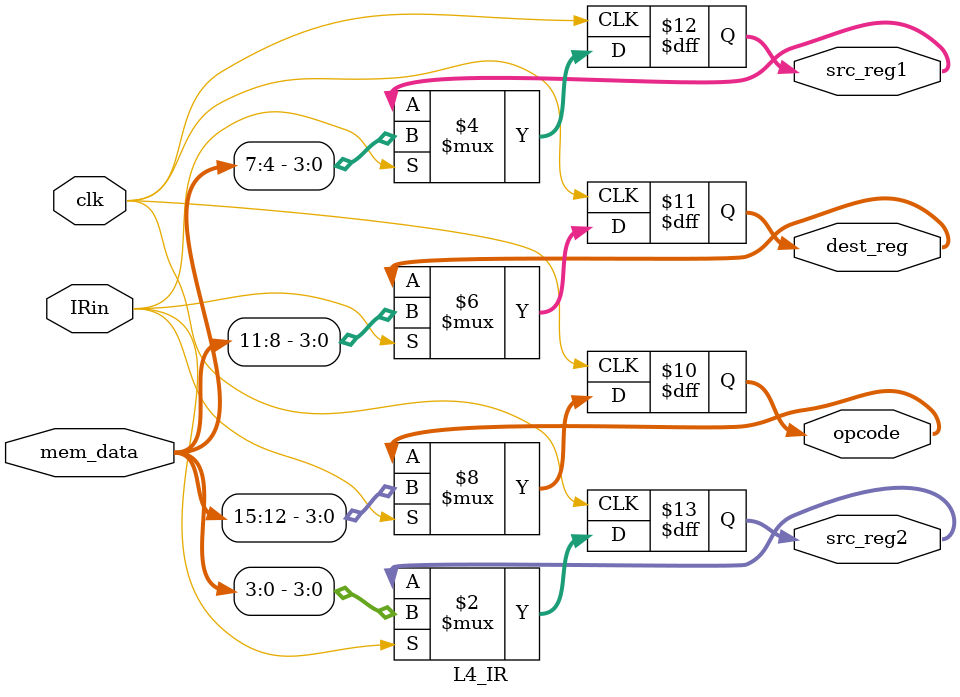
<source format=v>
module L4_IR(
	input [15:0] mem_data,
	input clk,
	input IRin, //load enable
	output reg [3:0] opcode,
	output reg [3:0] dest_reg,
	output reg [3:0] src_reg1,
	output reg [3:0] src_reg2
);

	always@(posedge clk)
    begin
        if(IRin)
        begin
            src_reg2 <= mem_data[3:0];
            src_reg1 <= mem_data[7:4];
            dest_reg <= mem_data[11:8];
            opcode <= mem_data[15:12];
        end
    end
	

endmodule
</source>
